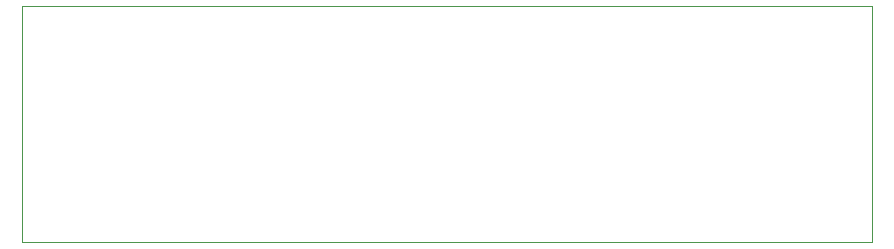
<source format=gbr>
%TF.GenerationSoftware,KiCad,Pcbnew,7.0.7*%
%TF.CreationDate,2023-10-22T19:41:02-04:00*%
%TF.ProjectId,CrystalFilterLarge,43727973-7461-46c4-9669-6c7465724c61,rev?*%
%TF.SameCoordinates,PXddf73b40PY3fe56c0*%
%TF.FileFunction,Profile,NP*%
%FSLAX46Y46*%
G04 Gerber Fmt 4.6, Leading zero omitted, Abs format (unit mm)*
G04 Created by KiCad (PCBNEW 7.0.7) date 2023-10-22 19:41:02*
%MOMM*%
%LPD*%
G01*
G04 APERTURE LIST*
%TA.AperFunction,Profile*%
%ADD10C,0.100000*%
%TD*%
G04 APERTURE END LIST*
D10*
X72000000Y-20000000D02*
X72000000Y0D01*
X0Y0D02*
X0Y-20000000D01*
X0Y-20000000D02*
X72000000Y-20000000D01*
X72000000Y0D02*
X0Y0D01*
M02*

</source>
